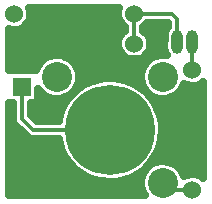
<source format=gbr>
G04 DipTrace 2.4.0.2*
%INTop.gbr*%
%MOIN*%
%ADD13C,0.013*%
%ADD14C,0.025*%
%ADD15C,0.063*%
%ADD16R,0.063X0.063*%
%ADD17C,0.3*%
%ADD18C,0.1*%
%ADD19O,0.0394X0.0787*%
%ADD20C,0.06*%
%ADD21C,0.06*%
%FSLAX44Y44*%
G04*
G70*
G90*
G75*
G01*
%LNTop*%
%LPD*%
X4752Y7940D2*
D13*
Y6878D1*
X5127Y6502D1*
X7690D1*
X10440Y8503D2*
Y9440D1*
X4752Y4940D2*
X5252Y4440D1*
X5627D1*
X5922Y4735D1*
X9440Y9440D2*
X8940Y8940D1*
X4940D1*
X4502Y9378D1*
X9458Y4735D2*
X9690Y4502D1*
X10440D1*
X8502Y9378D2*
Y10378D1*
X9752D1*
X9940Y10190D1*
Y9440D1*
X5059Y10306D2*
D14*
X7946D1*
X4957Y10058D2*
X8048D1*
X8957D2*
X9614D1*
X4350Y9809D2*
X8161D1*
X8844D2*
X9521D1*
X4350Y9560D2*
X7974D1*
X9032D2*
X9482D1*
X4350Y9312D2*
X7946D1*
X9059D2*
X9482D1*
X4350Y9063D2*
X8044D1*
X8961D2*
X9525D1*
X4350Y8814D2*
X5404D1*
X6442D2*
X8939D1*
X4350Y8565D2*
X5224D1*
X6621D2*
X8759D1*
X6680Y8317D2*
X8700D1*
X6653Y8068D2*
X6919D1*
X8461D2*
X8728D1*
X10063Y7819D2*
X10779D1*
X5329Y7571D2*
X5673D1*
X9082D2*
X9208D1*
X9707D2*
X10779D1*
X5079Y7322D2*
X6134D1*
X9243D2*
X10779D1*
X5079Y7073D2*
X6029D1*
X9352D2*
X10779D1*
X5254Y6825D2*
X5962D1*
X9418D2*
X10779D1*
X4350Y6576D2*
X4607D1*
X9450D2*
X10779D1*
X4350Y6327D2*
X4853D1*
X9442D2*
X10779D1*
X4350Y6079D2*
X5982D1*
X9399D2*
X10779D1*
X4350Y5830D2*
X6068D1*
X9313D2*
X10779D1*
X4350Y5581D2*
X6196D1*
X9184D2*
X10779D1*
X4350Y5333D2*
X6384D1*
X9911D2*
X10779D1*
X4350Y5084D2*
X6665D1*
X10129D2*
X10779D1*
X4350Y4835D2*
X7185D1*
X8196D2*
X8704D1*
X4350Y4586D2*
X8712D1*
X4350Y4338D2*
X8814D1*
X4324Y8490D2*
X5218D1*
X5254Y8577D1*
X5316Y8685D1*
X5395Y8782D1*
X5489Y8864D1*
X5595Y8929D1*
X5712Y8974D1*
X5834Y9000D1*
X5959Y9004D1*
X6082Y8988D1*
X6201Y8950D1*
X6312Y8893D1*
X6412Y8818D1*
X6498Y8727D1*
X6567Y8623D1*
X6617Y8509D1*
X6648Y8388D1*
X6657Y8270D1*
X6647Y8146D1*
X6615Y8025D1*
X6564Y7911D1*
X6494Y7808D1*
X6407Y7718D1*
X6307Y7644D1*
X6195Y7588D1*
X6076Y7551D1*
X5952Y7536D1*
X5827Y7541D1*
X5705Y7568D1*
X5589Y7615D1*
X5483Y7681D1*
X5390Y7764D1*
X5302Y7878D1*
Y7390D1*
X5049D1*
X5053Y7001D1*
X5252Y6803D1*
X5983D1*
X6041Y7043D1*
X6136Y7274D1*
X6263Y7489D1*
X6419Y7684D1*
X6602Y7854D1*
X6807Y7996D1*
X7031Y8107D1*
X7268Y8185D1*
X7514Y8229D1*
X7764Y8236D1*
X8012Y8207D1*
X8254Y8143D1*
X8483Y8045D1*
X8697Y7916D1*
X8889Y7756D1*
X9057Y7571D1*
X9196Y7364D1*
X9304Y7139D1*
X9379Y6900D1*
X9418Y6654D1*
X9425Y6502D1*
X9407Y6253D1*
X9353Y6009D1*
X9265Y5776D1*
X9145Y5557D1*
X8994Y5358D1*
X8816Y5183D1*
X8615Y5034D1*
X8394Y4917D1*
X8159Y4832D1*
X7915Y4782D1*
X7665Y4768D1*
X7416Y4789D1*
X7173Y4846D1*
X6941Y4938D1*
X6724Y5061D1*
X6527Y5215D1*
X6354Y5395D1*
X6209Y5599D1*
X6095Y5821D1*
X6013Y6057D1*
X5981Y6206D1*
X5315Y6202D1*
X5127D1*
X5003Y6230D1*
X4915Y6290D1*
X4540Y6665D1*
X4472Y6773D1*
X4452Y6878D1*
Y7389D1*
X4322Y7390D1*
X4325Y6305D1*
Y4325D1*
X8847D1*
X8787Y4435D1*
X8746Y4553D1*
X8725Y4676D1*
X8726Y4801D1*
X8747Y4924D1*
X8790Y5041D1*
X8851Y5150D1*
X8930Y5246D1*
X9024Y5328D1*
X9131Y5393D1*
X9247Y5439D1*
X9369Y5464D1*
X9494Y5469D1*
X9618Y5452D1*
X9737Y5415D1*
X9848Y5358D1*
X9948Y5283D1*
X10033Y5192D1*
X10102Y5088D1*
X10158Y4955D1*
X10296Y5018D1*
X10419Y5037D1*
X10543Y5027D1*
X10662Y4989D1*
X10769Y4925D1*
X10805Y4889D1*
Y8110D1*
X10758Y8072D1*
X10650Y8010D1*
X10530Y7975D1*
X10405Y7969D1*
X10283Y7991D1*
X10159Y8049D1*
X10099Y7911D1*
X10029Y7808D1*
X9943Y7718D1*
X9842Y7644D1*
X9731Y7588D1*
X9611Y7551D1*
X9487Y7536D1*
X9363Y7541D1*
X9241Y7568D1*
X9125Y7615D1*
X9019Y7681D1*
X8925Y7764D1*
X8847Y7861D1*
X8787Y7970D1*
X8746Y8088D1*
X8725Y8211D1*
X8726Y8336D1*
X8747Y8459D1*
X8790Y8577D1*
X8851Y8685D1*
X8930Y8782D1*
X9024Y8864D1*
X9131Y8929D1*
X9247Y8974D1*
X9369Y9000D1*
X9494Y9004D1*
X9591Y8991D1*
X9569Y9022D1*
X9521Y9138D1*
X9508Y9243D1*
X9512Y9637D1*
X9532Y9778D1*
X9589Y9888D1*
X9640Y9942D1*
X9639Y10066D1*
X9627Y10078D1*
X8944D1*
X8911Y10032D1*
X8803Y9938D1*
X8802Y9819D1*
X8920Y9712D1*
X8986Y9606D1*
X9026Y9488D1*
X9037Y9378D1*
X9023Y9254D1*
X8980Y9137D1*
X8911Y9032D1*
X8820Y8947D1*
X8712Y8885D1*
X8592Y8850D1*
X8468Y8844D1*
X8345Y8866D1*
X8231Y8916D1*
X8132Y8992D1*
X8053Y9088D1*
X7998Y9200D1*
X7970Y9322D1*
X7972Y9447D1*
X8002Y9568D1*
X8060Y9678D1*
X8142Y9772D1*
X8202Y9816D1*
Y9936D1*
X8132Y9992D1*
X8053Y10088D1*
X7998Y10200D1*
X7970Y10322D1*
X7972Y10447D1*
X8000Y10556D1*
X5004Y10555D1*
X5026Y10488D1*
X5037Y10378D1*
X5023Y10254D1*
X4980Y10137D1*
X4911Y10032D1*
X4820Y9947D1*
X4712Y9885D1*
X4592Y9850D1*
X4468Y9844D1*
X4327Y9874D1*
X4325Y8489D1*
D15*
X4752Y4940D3*
D16*
Y7940D3*
D17*
X7690Y6502D3*
D18*
X9458Y4735D3*
X5922D3*
Y8270D3*
X9458D3*
G36*
X9243Y9145D2*
X9342Y9046D1*
X9538D1*
X9637Y9145D1*
Y9735D1*
X9538Y9834D1*
X9342D1*
X9243Y9735D1*
Y9145D1*
G37*
D19*
X9940Y9440D3*
X10440D3*
D20*
X4502Y10378D3*
D21*
X8502D3*
D20*
Y9378D3*
D21*
X4502D3*
D20*
X10440Y4502D3*
D21*
Y8503D3*
M02*

</source>
